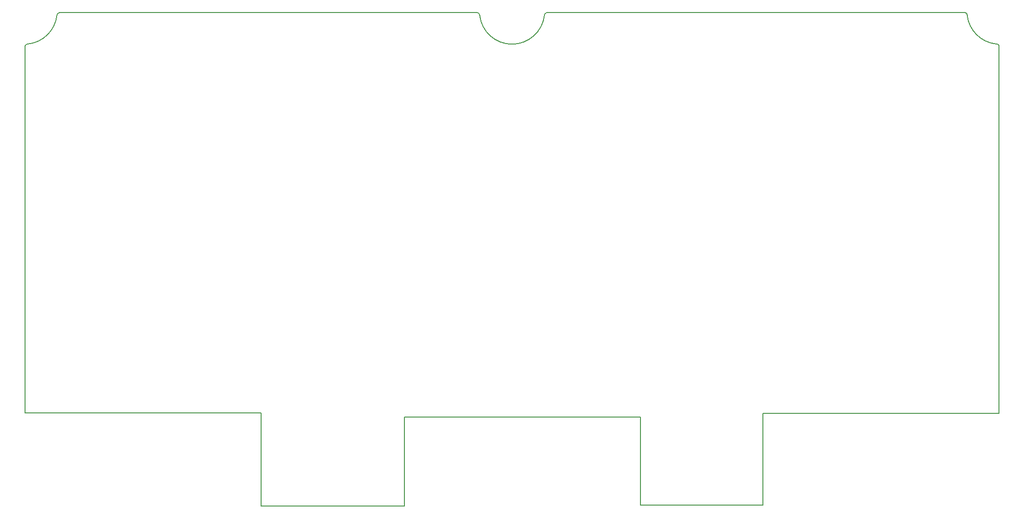
<source format=gbr>
G04 #@! TF.GenerationSoftware,KiCad,Pcbnew,5.1.6*
G04 #@! TF.CreationDate,2020-09-09T18:38:50+01:00*
G04 #@! TF.ProjectId,Tremolo,5472656d-6f6c-46f2-9e6b-696361645f70,V1.1*
G04 #@! TF.SameCoordinates,Original*
G04 #@! TF.FileFunction,Profile,NP*
%FSLAX46Y46*%
G04 Gerber Fmt 4.6, Leading zero omitted, Abs format (unit mm)*
G04 Created by KiCad (PCBNEW 5.1.6) date 2020-09-09 18:38:50*
%MOMM*%
%LPD*%
G01*
G04 APERTURE LIST*
G04 #@! TA.AperFunction,Profile*
%ADD10C,0.200000*%
G04 #@! TD*
G04 APERTURE END LIST*
D10*
X181406800Y-130657600D02*
X181406800Y-113944400D01*
X159054800Y-130657600D02*
X159054800Y-114554000D01*
X115976400Y-130860800D02*
X115976400Y-114554000D01*
X89763600Y-130860800D02*
X89763600Y-113842800D01*
X159054800Y-130657600D02*
X181406800Y-130657600D01*
X89763600Y-130860800D02*
X115976400Y-130860800D01*
X115976400Y-114554000D02*
X159054800Y-114554000D01*
X181406800Y-113944400D02*
X224536000Y-113893600D01*
X141616814Y-40919543D02*
X141534042Y-41103138D01*
X141534042Y-41103138D02*
X141524742Y-41158866D01*
X141792753Y-40768401D02*
X141634680Y-40896349D01*
X141634680Y-40896349D02*
X141616814Y-40919543D01*
X141930618Y-40721317D02*
X141792753Y-40768401D01*
X142021531Y-40712984D02*
X141930618Y-40721317D01*
X141524742Y-41158866D02*
G75*
G02*
X129705348Y-41158866I-5909697J640149D01*
G01*
X129456406Y-40778747D02*
X129264964Y-40716228D01*
X129264964Y-40716228D02*
X129208559Y-40712984D01*
X129625616Y-40937386D02*
X129481388Y-40794012D01*
X129481388Y-40794012D02*
X129456406Y-40778747D01*
X129687273Y-41069379D02*
X129625616Y-40937386D01*
X129705348Y-41158866D02*
X129687273Y-41069379D01*
X129208559Y-40712984D02*
X53021531Y-40712984D01*
X52542818Y-41069379D02*
X52524742Y-41158866D01*
X52604474Y-40937386D02*
X52542818Y-41069379D01*
X52773685Y-40778747D02*
X52621304Y-40913456D01*
X52621304Y-40913456D02*
X52604474Y-40937386D01*
X53021531Y-40712984D02*
X52824569Y-40753472D01*
X52824569Y-40753472D02*
X52773685Y-40778747D01*
X52524741Y-41158866D02*
G75*
G02*
X47139887Y-46439768I-5909696J640149D01*
G01*
X46692867Y-46845408D02*
X46684312Y-46937512D01*
X46741173Y-46705946D02*
X46692867Y-46845408D01*
X46895957Y-46529156D02*
X46755691Y-46680095D01*
X46755691Y-46680095D02*
X46741173Y-46705946D01*
X47139887Y-46439768D02*
X46944883Y-46498782D01*
X46944883Y-46498782D02*
X46895957Y-46529156D01*
X46684312Y-46937512D02*
X46685200Y-113842800D01*
X46685200Y-113842800D02*
X89763600Y-113842800D01*
X224536000Y-113893600D02*
X224545778Y-46937512D01*
X224334133Y-46529156D02*
X224146835Y-46448133D01*
X224146835Y-46448133D02*
X224090203Y-46439768D01*
X224488917Y-46705946D02*
X224357858Y-46546978D01*
X224357858Y-46546978D02*
X224334133Y-46529156D01*
X224537224Y-46845408D02*
X224488917Y-46705946D01*
X224545778Y-46937512D02*
X224537224Y-46845408D01*
X224090203Y-46439768D02*
G75*
G02*
X218705348Y-41158866I524842J5921051D01*
G01*
X218456406Y-40778747D02*
X218264964Y-40716228D01*
X218264964Y-40716228D02*
X218208559Y-40712984D01*
X218625616Y-40937386D02*
X218481388Y-40794012D01*
X218481388Y-40794012D02*
X218456406Y-40778747D01*
X218687273Y-41069379D02*
X218625616Y-40937386D01*
X218705348Y-41158866D02*
X218687273Y-41069379D01*
X218208559Y-40712984D02*
X142021531Y-40712984D01*
M02*

</source>
